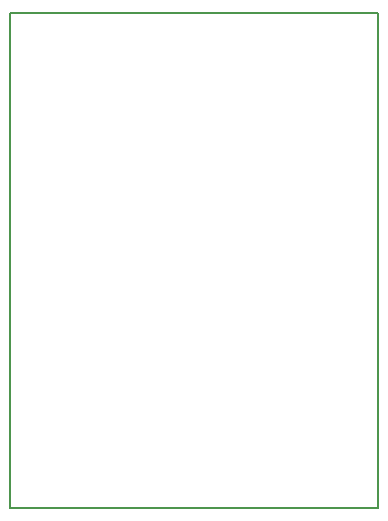
<source format=gm1>
G04 #@! TF.FileFunction,Profile,NP*
%FSLAX46Y46*%
G04 Gerber Fmt 4.6, Leading zero omitted, Abs format (unit mm)*
G04 Created by KiCad (PCBNEW (2015-12-02 BZR 6341, Git dd06abf)-product) date 27/12/2015 22:57:57*
%MOMM*%
G01*
G04 APERTURE LIST*
%ADD10C,0.100000*%
%ADD11C,0.150000*%
G04 APERTURE END LIST*
D10*
D11*
X156845000Y-121285000D02*
X125730000Y-121285000D01*
X156845000Y-79375000D02*
X125730000Y-79375000D01*
X125730000Y-109855000D02*
X125730000Y-79375000D01*
X125730000Y-121285000D02*
X125730000Y-109855000D01*
X156845000Y-79375000D02*
X156845000Y-121285000D01*
M02*

</source>
